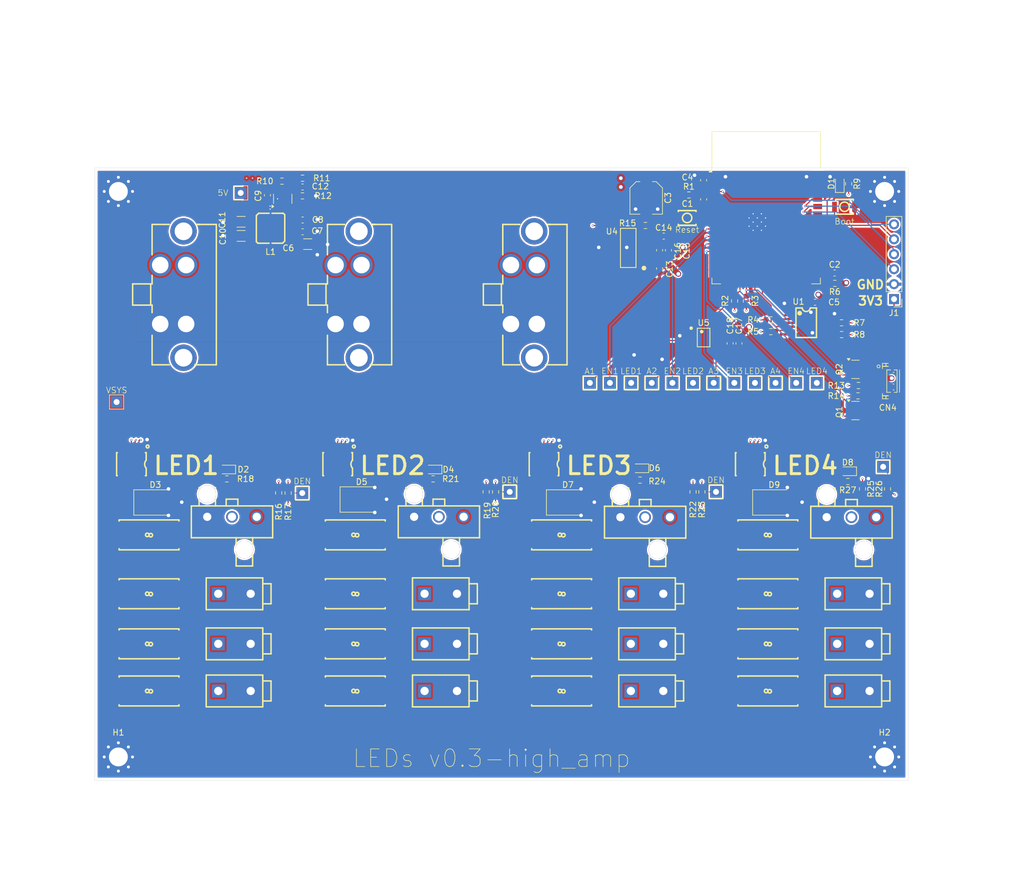
<source format=kicad_pcb>
(kicad_pcb (version 20241229) (generator "pcbnew") (generator_version "9.0")
  (layers (0 "F.Cu" signal) (4 "In1.Cu" power "Ground") (6 "In2.Cu" power "Power") (2 "B.Cu" signal) (13 "F.Paste" user) (15 "B.Paste" user) (5 "F.SilkS" user "F.Silkscreen") (7 "B.SilkS" user "B.Silkscreen") (1 "F.Mask" user) (3 "B.Mask" user) (25 "Edge.Cuts" user))
  (net 0 "")
  (net 1 "GND")
  (net 2 "/3v3/3v3")
  (net 3 "/esp32/USB.DP")
  (net 4 "/esp32/USB.DN")
  (net 5 "/buckconverter/SW")
  (net 6 "/buckconverter/FB")
  (net 7 "Net-(U3-BOOT)")
  (net 8 "Net-(C12-Pad2)")
  (net 9 "/5V")
  (net 10 "/VSYS")
  (net 11 "/a2d/I2C.SCL")
  (net 12 "/a2d/I2C.SDA")
  (net 13 "Net-(D1-A)")
  (net 14 "/a2d/AIN1")
  (net 15 "/led_channel/Switched12V")
  (net 16 "/led_channel1/Switched12V")
  (net 17 "/led_channel2/Switched12V")
  (net 18 "/led_channel3/Switched12V")
  (net 19 "Net-(D2-A)")
  (net 20 "/a2d/AIN2")
  (net 21 "/a2d/AIN3")
  (net 22 "Net-(U4-NR{slash}FB)")
  (net 23 "/a2d/AIN4")
  (net 24 "Net-(D4-A)")
  (net 25 "Net-(J1-Pin_6)")
  (net 26 "Net-(J1-Pin_5)")
  (net 34 "Net-(Q2-D)")
  (net 35 "Net-(Q1-D)")
  (net 37 "Net-(CN6-Pad1)")
  (net 38 "Net-(CN10-Pad1)")
  (net 39 "Net-(CN7-Pad1)")
  (net 40 "Net-(CN8-Pad1)")
  (net 41 "Net-(CN14-Pad1)")
  (net 42 "Net-(CN11-Pad1)")
  (net 43 "Net-(CN12-Pad1)")
  (net 44 "Net-(CN18-Pad1)")
  (net 45 "Net-(CN15-Pad1)")
  (net 46 "Net-(CN16-Pad1)")
  (net 47 "Net-(CN19-Pad1)")
  (net 48 "Net-(J1-Pin_3)")
  (net 49 "Net-(J1-Pin_4)")
  (net 50 "Net-(CN20-Pad1)")
  (net 51 "Net-(D1-K)")
  (net 52 "Net-(D6-A)")
  (net 53 "Net-(D8-A)")
  (net 55 "Net-(U4-EN)")
  (net 74 "Net-(U6-DEN)")
  (net 83 "Net-(U7-DEN)")
  (net 91 "Net-(U1-3A)")
  (net 92 "Net-(U1-2A)")
  (net 93 "Net-(U1-4A)")
  (net 94 "Net-(U1-1A)")
  (net 95 "/esp32/LED3")
  (net 96 "/esp32/LED4")
  (net 97 "/esp32/LED2")
  (net 98 "/esp32/LED1")
  (net 99 "/esp32/EN4")
  (net 100 "/esp32/EN3")
  (net 101 "/esp32/EN1")
  (net 102 "/esp32/EN2")
  (net 105 "Net-(U8-DEN)")
  (net 106 "Net-(U9-DEN)")
  (net 109 "Net-(U1-1Y)")
  (net 110 "Net-(U1-2Y)")
  (net 111 "Net-(U1-4Y)")
  (net 112 "Net-(U1-3Y)")
  (net 113 "/led_channel/Fused1")
  (net 114 "/led_channel1/Fused1")
  (net 115 "/led_channel2/Fused1")
  (net 116 "/led_channel3/Fused1")
  (footprint "easyeda2kicad:FUSE-SMD_L9.8-W5.0_01550900M" (layer "F.Cu") (at 91.2 97.3)
    (property "Reference" "FH10" (hide yes))
    (property "Value" "01550900M")
  )
  (footprint "Diode_SMD:D_SMB" (layer "F.Cu") (at 92.275 81.8)
    (property "Reference" "D7")
    (property "Value" "D_TVS")
  )
  (footprint "easyeda2kicad:LabeledTestPoint" (layer "F.Cu") (at 36.75 29.25)
    (property "Reference" "TP301" (hide yes))
    (property "Value" "LabeledTestPoint")
  )
  (footprint "Resistor_SMD:R_0603_1608Metric" (layer "F.Cu") (at 141.56 61.95)
    (property "Reference" "R13")
    (property "Value" "10k")
  )
  (footprint "easyeda2kicad:LabeledTestPoint" (layer "F.Cu") (at 113.5 61.5)
    (property "Reference" "TP2" (hide yes))
    (property "Value" "LabeledTestPoint")
  )
  (footprint "Resistor_SMD:R_0603_1608Metric" (layer "F.Cu") (at 142.25 79.5 -90)
    (property "Reference" "R25")
    (property "Value" "1.5k")
  )
  (footprint "Resistor_SMD:R_0603_1608Metric" (layer "F.Cu") (at 146.5 79.5 90)
    (property "Reference" "R26")
    (property "Value" "4.7k")
  )
  (footprint "easyeda2kicad:LabeledTestPoint" (layer "F.Cu") (at 99.4 61.5)
    (property "Reference" "TP6" (hide yes))
    (property "Value" "LabeledTestPoint")
  )
  (footprint "easyeda2kicad:CONN-TH_39288020" (layer "F.Cu") (at 140.7 105.8 90)
    (property "Reference" "CN19" (hide yes))
    (property "Value" "39288020")
  )
  (footprint "easyeda2kicad:CONN-TH_0428192214" (layer "F.Cu") (at 55.05 46.5 90)
    (property "Reference" "CN2" (hide yes))
    (property "Value" "428192213")
  )
  (footprint "Capacitor_SMD:C_0603_1608Metric" (layer "F.Cu") (at 115.3 27.1 90)
    (property "Reference" "C4")
    (property "Value" "100nF")
  )
  (footprint "MountingHole:MountingHole_3.2mm_M3_Pad_Via" (layer "F.Cu") (at 146 29)
    (property "Reference" "H4" (hide yes))
    (property "Value" "MountingHole_Pad")
  )
  (footprint "Resistor_SMD:R_0603_1608Metric" (layer "F.Cu") (at 137.55 44.6 180)
    (property "Reference" "R6")
    (property "Value" "10k")
  )
  (footprint "easyeda2kicad:CONN-TH_39288020" (layer "F.Cu") (at 105.7 97.3 90)
    (property "Reference" "CN14" (hide yes))
    (property "Value" "39288020")
  )
  (footprint "easyeda2kicad:CONN-TH_39288020" (layer "F.Cu") (at 70.7 113.8 90)
    (property "Reference" "CN12" (hide yes))
    (property "Value" "39288020")
  )
  (footprint "easyeda2kicad:TSSOP-14_L5.0-W4.4-P0.65-LS6.4-BL" (layer "F.Cu") (at 132.7 51.3 -90)
    (property "Reference" "U1")
    (property "Value" "SN74AHCT125PWR")
  )
  (footprint "Resistor_SMD:R_0603_1608Metric" (layer "F.Cu") (at 44.8 80.2 90)
    (property "Reference" "R17")
    (property "Value" "4.7k")
  )
  (footprint "easyeda2kicad:LabeledTestPoint" (layer "F.Cu") (at 134.5 61.5)
    (property "Reference" "TP4" (hide yes))
    (property "Value" "LabeledTestPoint")
  )
  (footprint "Resistor_SMD:R_0603_1608Metric" (layer "F.Cu") (at 47.2325 29.75)
    (property "Reference" "R12")
    (property "Value" "13.3k")
  )
  (footprint "easyeda2kicad:CONN-TH_3P-P4.20_39302030" (layer "F.Cu") (at 140.375 84.3)
    (property "Reference" "CN17" (hide yes))
    (property "Value" "39302030")
  )
  (footprint "easyeda2kicad:CONN-TH_39288020" (layer "F.Cu") (at 70.7 105.8 90)
    (property "Reference" "CN11" (hide yes))
    (property "Value" "39288020")
  )
  (footprint "Resistor_SMD:R_0603_1608Metric" (layer "F.Cu") (at 138.7 53.3 180)
    (property "Reference" "R8")
    (property "Value" "82")
  )
  (footprint "Resistor_SMD:R_0603_1608Metric" (layer "F.Cu") (at 34.4 77.8)
    (property "Reference" "R18")
    (property "Value" "3.3k")
  )
  (footprint "Capacitor_SMD:C_0603_1608Metric" (layer "F.Cu") (at 134.2 47.8 180)
    (property "Reference" "C5")
    (property "Value" "100nF")
  )
  (footprint "easyeda2kicad:LabeledTestPoint" (layer "F.Cu") (at 127.5 61.5)
    (property "Reference" "TP11" (hide yes))
    (property "Value" "LabeledTestPoint")
  )
  (footprint "easyeda2kicad:PG-TSDSO-14_L4.9-W3.9-P0.65-LS6.0-BL-EP" (layer "F.Cu") (at 123.2 75.3 180)
    (property "Reference" "U9" (hide yes))
    (property "Value" "BTS70021EPPXUMA1")
  )
  (footprint "Resistor_SMD:R_0603_1608Metric" (layer "F.Cu") (at 126.7 50.8)
    (property "Reference" "R4")
    (property "Value" "82")
  )
  (footprint "easyeda2kicad:CONN-TH_39288020" (layer "F.Cu") (at 35.7 113.8 90)
    (property "Reference" "CN8" (hide yes))
    (property "Value" "39288020")
  )
  (footprint "easyeda2kicad:LabeledTestPoint" (layer "F.Cu") (at 117 61.5)
    (property "Reference" "TP9" (hide yes))
    (property "Value" "LabeledTestPoint")
  )
  (footprint "easyeda2kicad:KEY-SMD_B3U-1000PM" (layer "F.Cu") (at 112.5 33.5)
    (property "Reference" "SW1")
    (property "Value" "KEY-SMD_B3U-1000PM")
  )
  (footprint "easyeda2kicad:CONN-TH_0428192214" (layer "F.Cu") (at 84.8 46.5 90)
    (property "Reference" "CN3" (hide yes))
    (property "Value" "428192213")
  )
  (footprint "easyeda2kicad:LabeledTestPoint" (layer "F.Cu") (at 145.75 75.75)
    (property "Reference" "TP16" (hide yes))
    (property "Value" "LabeledTestPoint")
  )
  (footprint "LED_SMD:LED_0603_1608Metric" (layer "F.Cu") (at 69.4 76.2 180)
    (property "Reference" "D4")
    (property "Value" "LED")
  )
  (footprint "easyeda2kicad:CONN-TH_39288020" (layer "F.Cu") (at 70.7 97.3 90)
    (property "Reference" "CN10" (hide yes))
    (property "Value" "39288020")
  )
  (footprint "easyeda2kicad:FUSE-SMD_L9.8-W5.0_01550900M" (layer "F.Cu") (at 126.2 87.3)
    (property "Reference" "FH13" (hide yes))
    (property "Value" "01550900M")
  )
  (footprint "easyeda2kicad:CONN-TH_39288020" (layer "F.Cu") (at 35.7 105.8 90)
    (property "Reference" "CN7" (hide yes))
    (property "Value" "39288020")
  )
  (footprint "easyeda2kicad:LabeledTestPoint" (layer "F.Cu") (at 96 61.5)
    (property "Reference" "TP5" (hide yes))
    (property "Value" "LabeledTestPoint")
  )
  (footprint "Resistor_SMD:R_0603_1608Metric" (layer "F.Cu") (at 141.485 63.7)
    (property "Reference" "R14")
    (property "Value" "10k")
  )
  (footprint "easyeda2kicad:LabeledTestPoint" (layer "F.Cu") (at 15.7 64.75)
    (property "Reference" "TP101" (hide yes))
    (property "Value" "LabeledTestPoint")
  )
  (footprint "Resistor_SMD:R_0603_1608Metric" (layer "F.Cu") (at 78.4 80 -90)
    (property "Reference" "R19")
    (property "Value" "1.5k")
  )
  (footprint "Capacitor_SMD:C_Elec_5x5.8" (layer "F.Cu") (at 105.55 30.1 -90)
    (property "Reference" "C3")
    (property "Value" "22uF")
  )
  (footprint "Package_TO_SOT_SMD:SOT-23" (layer "F.Cu") (at 141.06 66.2)
    (property "Reference" "Q1")
    (property "Value" "BSS138")
  )
  (footprint "Resistor_SMD:R_0603_1608Metric" (layer "F.Cu") (at 138.7 51.3)
    (property "Reference" "R7")
    (property "Value" "82")
  )
  (footprint "Capacitor_SMD:C_0603_1608Metric" (layer "F.Cu") (at 108.525 36.5825)
    (property "Reference" "C14")
    (property "Value" "10nF")
  )
  (footprint "easyeda2kicad:FUSE-SMD_L9.8-W5.0_01550900M" (layer "F.Cu") (at 56.2 87.3)
    (property "Reference" "FH5" (hide yes))
    (property "Value" "01550900M")
  )
  (footprint "easyeda2kicad:FUSE-SMD_L9.8-W5.0_01550900M" (layer "F.Cu") (at 21.2 87.3)
    (property "Reference" "FH1" (hide yes))
    (property "Value" "01550900M")
  )
  (footprint "easyeda2kicad:MSOP-10_L3.0-W3.0-P0.50-LS5.0-BL" (layer "F.Cu") (at 115.29 53.8 -90)
    (property "Reference" "U5")
    (property "Value" "ADS1115IDGSR")
  )
  (footprint "Diode_SMD:D_SMB" (layer "F.Cu") (at 22.275 81.8)
    (property "Reference" "D3")
    (property "Value" "D_TVS")
  )
  (footprint "easyeda2kicad:LabeledTestPoint" (layer "F.Cu") (at 110 61.5)
    (property "Reference" "TP8" (hide yes))
    (property "Value" "LabeledTestPoint")
  )
  (footprint "Capacitor_SMD:C_1206_3216Metric" (layer "F.Cu") (at 36.82 36.55 180)
    (property "Reference" "C10")
    (property "Value" "22uF")
  )
  (footprint "Resistor_SMD:R_0603_1608Metric" (layer "F.Cu") (at 104.5 78)
    (property "Reference" "R24")
    (property "Value" "3.3k")
  )
  (footprint "Diode_SMD:D_SMB" (layer "F.Cu") (at 127.275 81.8)
    (property "Reference" "D9")
    (property "Value" "D_TVS")
  )
  (footprint "easyeda2kicad:LabeledTestPoint" (layer "F.Cu") (at 131 61.5)
    (property "Reference" "TP12" (hide yes))
    (property "Value" "LabeledTestPoint")
  )
  (footprint "LED_SMD:LED_0603_1608Metric" (layer "F.Cu") (at 138.4 27.7 90)
    (property "Reference" "D1")
    (property "Value" "LED")
  )
  (footprint "easyeda2kicad:FUSE-SMD_L9.8-W5.0_01550900M" (layer "F.Cu") (at 56.2 105.8)
    (property "Reference" "FH7" (hide yes))
    (property "Value" "01550900M")
  )
  (footprint "easyeda2kicad:FUSE-SMD_L9.8-W5.0_01550900M" (layer "F.Cu") (at 126.2 105.8)
    (property "Reference" "FH15" (hide yes))
    (property "Value" "01550900M")
  )
  (footprint "Capacitor_SMD:C_0603_1608Metric" (layer "F.Cu") (at 115.3 30.35 -90)
    (property "Reference" "C1")
    (property "Value" "10uf")
  )
  (footprint "easyeda2kicad:FUSE-SMD_L9.8-W5.0_01550900M" (layer "F.Cu") (at 56.2 113.8)
    (property "Reference" "FH8" (hide yes))
    (property "Value" "01550900M")
  )
  (footprint "easyeda2kicad:CONN-TH_3P-P4.20_39302030" (layer "F.Cu") (at 105.375 84.3)
    (property "Reference" "CN13" (hide yes))
    (property "Value" "39302030")
  )
  (footprint "easyeda2kicad:CONN-TH_39288020" (layer "F.Cu") (at 140.7 113.8 90)
    (property "Reference" "CN20" (hide yes))
    (property "Value" "39288020")
  )
  (footprint "Capacitor_SMD:C_0603_1608Metric" (layer "F.Cu") (at 121.29 54.8 -90)
    (property "Reference" "C17")
    (property "Value" "1uF")
  )
  (footprint "Capacitor_SMD:C_0603_1608Metric" (layer "F.Cu") (at 109.325 38.9825 90)
    (property "Reference" "C15")
    (property "Value" "1uF")
  )
  (footprint "easyeda2kicad:FUSE-SMD_L9.8-W5.0_01550900M" (layer "F.Cu") (at 91.2 113.8)
    (property "Reference" "FH12" (hide yes))
    (property "Value" "01550900M")
  )
  (footprint "easyeda2kicad:PG-TSDSO-14_L4.9-W3.9-P0.65-LS6.0-BL-EP" (layer "F.Cu") (at 18.2 75.3 180)
    (property "Reference" "U6" (hide yes))
    (property "Value" "BTS70021EPPXUMA1")
  )
  (footprint "Capacitor_SMD:C_0603_1608Metric" (layer "F.Cu") (at 47.2575 35.85)
    (property "Reference" "C7")
    (property "Value" "10uF")
  )
  (footprint "easyeda2kicad:SOT-223-6_L6.5-W3.5-P1.27-LS7.0-BR" (layer "F.Cu") (at 102.5 38.5825)
    (property "Reference" "U4")
    (property "Value" "TPS73733DCQ_C5220270")
  )
  (footprint "LED_SMD:LED_0603_1608Metric" (layer "F.Cu") (at 34.4 76.2 180)
    (property "Reference" "D2")
    (property "Value" "LED")
  )
  (footprint "Resistor_SMD:R_0603_1608Metric" (layer "F.Cu") (at 43.75 27.25)
    (property "Reference" "R10")
    (property "Value" "49.9")
  )
  (footprint "easyeda2kicad:CONN-TH_39288020" (layer "F.Cu") (at 105.7 105.8 90)
    (property "Reference" "CN15" (hide yes))
    (property "Value" "39288020")
  )
  (footprint "Capacitor_SMD:C_0603_1608Metric" (layer "F.Cu") (at 119.79 54.8 -90)
    (property "Reference" "C18")
    (property "Value" "100nF")
  )
  (footprint "LED_SMD:LED_0603_1608Metric" (layer "F.Cu") (at 139.75 76.5 180)
    (property "Reference" "D8")
    (property "Value" "LED")
  )
  (footprint "Connector_PinHeader_2.54mm:PinHeader_1x06_P2.54mm_Vertical" (layer "F.Cu") (at 147.6 47.28 180)
    (property "Reference" "J1")
    (property "Value" "Conn_01x06")
  )
  (footprint "easyeda2kicad:CONN-TH_39288020" (layer "F.Cu") (at 35.7 97.3 90)
    (property "Reference" "CN6" (hide yes))
    (property "Value" "39288020")
  )
  (footprint "easyeda2kicad:FUSE-SMD_L9.8-W5.0_01550900M" (layer "F.Cu") (at 126.2 113.8)
    (property "Reference" "FH16" (hide yes))
    (property "Value" "01550900M")
  )
  (footprint "Resistor_SMD:R_0603_1608Metric" (layer "F.Cu") (at 139.775 78.25)
    (property "Reference" "R27")
    (property "Value" "3.3k")
  )
  (footprint "Resistor_SMD:R_0603_1608Metric" (layer "F.Cu") (at 122.55 47.6 90)
    (property "Reference" "R3")
    (property "Value" "10k")
  )
  (footprint "Resistor_SMD:R_0603_1608Metric" (layer "F.Cu") (at 115 80 90)
    (property "Reference" "R23")
    (property "Value" "4.7k")
  )
  (footprint "Resistor_SMD:R_0603_1608Metric" (layer "F.Cu") (at 139.9 27.7 -90)
    (property "Reference" "R9")
    (property "Value" "330")
  )
  (footprint "Resistor_SMD:R_0603_1608Metric" (layer "F.Cu") (at 80 80 90)
    (property "Reference" "R20")
    (property "Value" "4.7k")
  )
  (footprint "easyeda2kicad:LabeledTestPoint" (layer "F.Cu") (at 82.4 80)
    (property "Reference" "TP14" (hide yes))
    (property "Value" "LabeledTestPoint")
  )
  (footprint "Resistor_SMD:R_0603_1608Metric" (layer "F.Cu") (at 120.55 47.6 90)
    (property "Reference" "R2")
    (property "Value" "10k")
  )
  (footprint "MountingHole:MountingHole_3.2mm_M3_Pad_Via" (layer "F.Cu") (at 16 125)
    (property "Reference" "H1")
    (property "Value" "MountingHole_Pad")
  )
  (footprint "easyeda2kicad:FUSE-SMD_L9.8-W5.0_01550900M" (layer "F.Cu") (at 91.2 87.3)
    (property "Reference" "FH9" (hide yes))
    (property "Value" "01550900M")
  )
  (footprint "easyeda2kicad:FUSE-SMD_L9.8-W5.0_01550900M" (layer "F.Cu") (at 126.2 97.3)
    (property "Reference" "FH14" (hide yes))
    (property "Value" "01550900M")
  )
  (footprint "Resistor_SMD:R_0603_1608Metric" (layer "F.Cu") (at 43.2 80.175 -90)
    (property "Reference" "R16")
    (property "Value" "1.5k")
  )
  (footprint "easyeda2kicad:LabeledTestPoint" (layer "F.Cu") (at 124 61.5)
    (property "Reference" "TP3" (hide yes))
    (property "Value" "LabeledTestPoint")
  )
  (footprint "Resistor_SMD:R_0603_1608Metric" (layer "F.Cu") (at 126.7 52.8 180)
    (property "Reference" "R5")
    (property "Value" "82")
  )
  (footprint "Capacitor_SMD:C_0603_1608Metric" (layer "F.Cu") (at 47.2575 33.85)
    (property "Reference" "C8")
    (property "Value" "100nF")
  )
  (footprint "Capacitor_SMD:C_0603_1608Metric" (layer "F.Cu") (at 107.825 38.9825 90)
    (property "Reference" "C16")
    (property "Value" "1uF")
  )
  (footprint "easyeda2kicad:LabeledTestPoint" (layer "F.Cu") (at 103 61.5)
    (property "Reference" "TP1" (hide yes))
    (property "Value" "LabeledTestPoint")
  )
  (footprint "easyeda2kicad:PG-TSDSO-14_L4.9-W3.9-P0.65-LS6.0-BL-EP" (layer "F.Cu") (at 88.2 75.3 180)
    (property "Reference" "U8" (hide yes))
    (property "Value" "BTS70021EPPXUMA1")
  )
  (footprint "Capacitor_SMD:C_0603_1608Metric" (layer "F.Cu") (at 137.525 42.85)
    (property "Reference" "C2")
    (property "Value" "1uf")
  )
  (footprint "easyeda2kicad:PG-TSDSO-14_L4.9-W3.9-P0.65-LS6.0-BL-EP" (layer "F.Cu") (at 53.2 75.3 180)
    (property "Reference" "U7" (hide yes))
    (property "Value" "BTS70021EPPXUMA1")
  )
  (footprint "easyeda2kicad:CONN-TH_3P-P4.20_39302030" (layer "F.Cu") (at 70.375 84.2375)
    (property "Reference" "CN9" (hide yes))
    (property "Value" "39302030")
  )
  (footprint "easyeda2kicad:LabeledTestPoint" (layer "F.Cu") (at 47.2 80.2)
    (property "Reference" "TP13" (hide yes))
    (property "Value" "LabeledTestPoint")
  )
  (footprint "RF_Module:ESP32-S3-WROOM-1" (layer "F.Cu") (at 125.9 31.74)
    (property "Reference" "U2" (hide yes))
    (property "Value" "ESP32-S3-WROOM-1")
  )
  (footprint "MountingHole:MountingHole_3.2mm_M3_Pad_Via" (layer "F.Cu") (at 16 29)
    (property "Reference" "H3" (hide yes))
    (property "Value" "MountingHole_Pad")
  )
  (footprint "Capacitor_SMD:C_0603_1608Metric" (layer "F.Cu") (at 107.825 42.0825 -90)
    (property "Reference" "C13")
    (property "Value" "1uF")
  )
  (footprint "Resistor_SMD:R_0603_1608Metric" (layer "F.Cu") (at 105.425 34.7825)
    (property "Reference" "R15")
    (property "Value" "10k")
  )
  (footprint "easyeda2kicad:CONN-TH_0428192214" (layer "F.Cu") (at 25.3 46.5 90)
    (property "Reference" "CN1" (hide yes))
    (property "Value" "428192213")
  )
  (footprint "Resistor_SMD:R_0603_1608Metric" (layer "F.Cu") (at 47.25 26.75)
    (property "Reference" "R11")
    (property "Value" "100k")
  )
  (footprint "Package_TO_SOT_SMD:SOT-23" (layer "F.Cu") (at 141.06 59.2)
    (property "Reference" "Q2")
    (property "Value" "BSS138")
  )
  (footprint "Resistor_SMD:R_0603_1608Metric" (layer "F.Cu") (at 69.4 77.8)
    (property "Reference" "R21")
    (property "Value" "3.3k")
  )
  (footprint "Package_TO_SOT_SMD:SOT-23-6" (layer "F.Cu") (at 43.8825 30.25 90)
    (property "Reference" "U3" (hide yes))
    (property "Value" "TPS54202DDC")
  )
  (footprint "easyeda2kicad:FUSE-SMD_L9.8-W5.0_01550900M" (layer "F.Cu") (at 21.2 105.8)
    (property "Reference" "FH3" (hide yes))
    (property "Value" "01550900M")
  )
  (footprint "Capacitor_SMD:C_1206_3216Metric" (layer "F.Cu") (at 36.82 34.15 180)
    (property "Reference" "C11")
    (property "Value" "22uF")
  )
  (footprint "Capacitor_SMD:C_1206_3216Metric" (layer "F.Cu") (at 48.12 37.95)
    (property "Reference" "C6")
    (property "Value" "22uF")
  )
  (footprint "easyeda2kicad:FUSE-SMD_L9.8-W5.0_01550900M" (layer "F.Cu") (at 91.2 105.8)
    (property "Reference" "FH11" (hide yes))
    (property "Value" "01550900M")
  )
  (footprint "easyeda2kicad:CONN-SMD_BM04B-SRSS-TB" (layer "F.Cu") (at 146.56 61.2 -90)
    (property "Reference" "CN4")
    (property "Value" "BM04B-SRSS-TB(LF)(SN)")
  )
  (footprint "LED_SMD:LED_0603_1608Metric" (layer "F.Cu") (at 104.5 76 180)
    (property "Reference" "D6")
    (property "Value" "LED")
  )
  (footprint "easyeda2kicad:FUSE-SMD_L9.8-W5.0_01550900M" (layer "F.Cu") (at 56.2 97.3)
    (property "Reference" "FH6" (hide yes))
    (property "Value" "01550900M")
  )
  (footprint "Capacitor_SMD:C_0603_1608Metric" (layer "F.Cu") (at 47.25 28.25 180)
    (property "Reference" "C12")
    (property "Value" "75pF")
  )
  (footprint "easyeda2kicad:LabeledTestPoint" (layer "F.Cu") (at 117.4 80)
    (property "Reference" "TP15" (hide yes))
    (property "Value" "LabeledTestPoint")
  )
  (footprint "easyeda2kicad:CONN-TH_39288020" (layer "F.Cu") (at 105.7 113.8 90)
    (property "Reference" "CN16" (hide yes))
    (property "Value" "39288020")
  )
  (footprint "MountingHole:MountingHole_3.2mm_M3_Pad_Via" (layer "F.Cu") (at 146 125)
    (property "Reference" "H2")
    (property "Value" "MountingHole_Pad")
  )
  (footprint "easyeda2kicad:CONN-TH_3P-P4.20_39302030" (layer "F.Cu") (at 35.275 84.2375)
    (property "Reference" "CN5" (hide yes))
    (property "Value" "39302030")
  )
  (footprint "Resistor_SMD:R_0603_1608Metric" (layer "F.Cu") (at 113.5 80 -90)
    (property "Reference" "R22")
    (property "Value" "1.5k")
  )
  (footprint "easyeda2kicad:CONN-TH_39288020" (layer "F.Cu") (at 140.7 97.3 90)
    (property "Reference" "CN18" (hide yes))
    (property "Value" "39288020")
  )
  (footprint "easyeda2kicad:LabeledTestPoint" (layer "F.Cu") (at 120.5 61.5)
    (property "Reference" "TP10" (hide yes))
    (property "Value" "LabeledTestPoint")
  )
  (footprint "Diode_SMD:D_SMB" (layer "F.Cu") (at 57.275 81.3)
    (property "Reference" "D5")
    (property "Value" "D_TVS")
  )
  (footprint "Resistor_SMD:R_0603_1608Metric" (layer "F.Cu") (at 112.8 29.6)
    (property "Reference" "R1")
    (property "Value" "10k")
  )
  (footprint "easyeda2kicad:IND-SMD_L4.0-W4.0_XAL4040-103" (layer "F.Cu") (at 41.82 35.25 180)
    (property "Reference" "L1")
    (property "Value" "XGL4040-153MEC")
  )
  (footprint "easyeda2kicad:FUSE-SMD_L9.8-W5.0_01550900M" (layer "F.Cu") (at 21.2 113.8)
    (property "Reference" "FH4" (hide yes))
    (property "Value" "01550900M")
  )
  (footprint "easyeda2kicad:LabeledTestPoint" (layer "F.Cu") (at 106.5 61.5)
    (property "Reference" "TP7" (hide yes))
    (property "Value" "LabeledTestPoint")
  )
  (footprint "easyeda2kicad:KEY-SMD_B3U-1000PM" (layer "F.Cu") (at 139.2 31.6 180)
    (property "Reference" "SW2")
    (property "Value" "KEY-SMD_B3U-1000PM")
  )
  (footprint "Capacitor_SMD:C_0603_1608Metric" (layer "F.Cu") (at 41.2825 29.65 -90)
    (property "Reference" "C9")
    (property "Value" "100nf")
  )
  (footprint "easyeda2kicad:FUSE-SMD_L9.8-W5.0_01550900M" (layer "F.Cu") (at 21.2 97.3)
    (property "Reference" "FH2" (hide yes))
    (property "Value" "01550900M")
  )
  (gr_rect (start 12 25) (end 150 129) (stroke (width 0.05)) (fill no) (layer "Edge.Cuts"))
  (gr_text "3V3" (at 141.35 48.45 0) (layer "F.SilkS") (effects (font (size 1.5 1.5) (thickness 0.3) (bold yes)) (justify left bottom)))
  (gr_text "LED3" (at 91.7 77.3 0) (layer "F.SilkS") (effects (font (size 3 3) (thickness 0.5) (bold yes)) (justify left bottom)))
  (gr_text "LED4" (at 126.7 77.3 0) (layer "F.SilkS") (effects (font (size 3 3) (thickness 0.5) (bold yes)) (justify left bottom)))
  (gr_text "LEDs v0.3-high_amp" (at 55.6 127 0) (layer "F.SilkS") (effects (font (size 3 3) (thickness 0.1)) (justify left bottom)))
  (gr_text "LED2" (at 56.7 77.3 0) (layer "F.SilkS") (effects (font (size 3 3) (thickness 0.5) (bold yes)) (justify left bottom)))
  (gr_text "LED1" (at 21.7 77.3 0) (layer "F.SilkS") (effects (font (size 3 3) (thickness 0.5) (bold yes)) (justify left bottom)))
  (gr_text "GND\n" (at 141.1 45.7 0) (layer "F.SilkS") (effects (font (size 1.5 1.5) (thickness 0.3) (bold yes)) (justify left bottom)))
  (segment (start 105.2875 76.0375) (end 106.75 77.5) (width 0.2) (layer "F.Cu") (net 1))
  (segment (start 109.325 38.2075) (end 109.325 36.6075) (width 1) (layer "F.Cu") (net 1))
  (segment (start 109.325 36.6075) (end 109.3 36.5825) (width 1) (layer "F.Cu") (net 1))
  (segment (start 71.25 77.25) (end 71.25 77.5) (width 0.2) (layer "F.Cu") (net 1))
  (segment (start 125.15 72.5) (end 125.15 71.85) (width 0.2) (layer "F.Cu") (net 1))
  (segment (start 107.825 38.2075) (end 107.45 38.5825) (width 1) (layer "F.Cu") (net 1))
  (segment (start 42.9325 30.3175) (end 43 30.25) (width 0.2) (layer "F.Cu") (net 1))
  (segment (start 55.15 71.85) (end 55.75 71.25) (width 0.2) (layer "F.Cu") (net 1))
  (segment (start 125.15 71.85) (end 125.75 71.25) (width 0.2) (layer "F.Cu") (net 1))
  (segment (start 107.825 38.2075) (end 109.325 38.2075) (width 1) (layer "F.Cu") (net 1))
  (segment (start 111.55 53.8) (end 111.25 53.5) (width 0.2) (layer "F.Cu") (net 1))
  (segment (start 90.15 71.85) (end 90.75 71.25) (width 0.2) (layer "F.Cu") (net 1))
  (segment (start 140.5375 76.5) (end 142 76.5) (width 0.2) (layer "F.Cu") (net 1))
  (segment (start 42.9325 31.3875) (end 42.9325 30.3175) (width 0.4) (layer "F.Cu") (net 1))
  (segment (start 20.15 72.5) (end 20.15 71.85) (width 0.2) (layer "F.Cu") (net 1))
  (segment (start 142 76.5) (end 143.25 77.75) (width 0.2) (layer "F.Cu") (net 1))
  (segment (start 113.18 53.8) (end 111.55 53.8) (width 0.2) (layer "F.Cu") (net 1))
  (segment (start 20.875 71.125) (end 21 71) (width 0.2) (layer "F.Cu") (net 1))
  (segment (start 113.18 53.8) (end 114.7 53.8) (width 0.2) (layer "F.Cu") (net 1))
  (segment (start 20.15 71.85) (end 20.875 71.125) (width 0.2) (layer "F.Cu") (net 1))
  (segment (start 35.2 76.2) (end 36.5 77.5) (width 0.2) (layer "F.Cu") (net 1))
  (segment (start 70.2 76.2) (end 71.25 77.25) (width 0.2) (layer "F.Cu") (net 1))
  (segment (start 107.45 38.5825) (end 105.35 38.5825) (width 1) (layer "F.Cu") (net 1))
  (segment (start 55.15 72.5) (end 55.15 71.85) (width 0.2) (layer "F.Cu") (net 1))
  (segment (start 90.15 72.5) (end 90.15 71.85) (width 0.2) (layer "F.Cu") (net 1))
  (segment (start 114.7 53.8) (end 114.75 53.75) (width 0.2) (layer "F.Cu") (net 1))
  (via (at 49.75 33.75) (size 0.8) (drill 0.6) (layers "F.Cu" "B.Cu") (net 1))
  (via (at 125.75 71.25) (size 0.8) (drill 0.6) (layers "F.Cu" "B.Cu") (net 1))
  (via (at 20.875 71.125) (size 0.8) (drill 0.6) (layers "F.Cu" "B.Cu") (net 1))
  (via (at 43 30.25) (size 0.35) (drill 0.2) (layers "F.Cu" "B.Cu") (net 1))
  (via (at 33.75 34.25) (size 0.8) (drill 0.6) (layers "F.Cu" "B.Cu") (net 1))
  (via (at 49.75 35.75) (size 0.8) (drill 0.6) (layers "F.Cu" "B.Cu") (net 1))
  (via (at 136.75 26.5) (size 0.8) (drill 0.6) (layers "F.Cu" "B.Cu") (net 1))
  (via (at 113.75 26.25) (size 0.8) (drill 0.6) (layers "F.Cu" "B.Cu") (net 1))
  (via (at 119 26.5) (size 0.8) (drill 0.6) (layers "F.Cu" "B.Cu") (net 1))
  (via (at 24.5 84) (size 0.8) (drill 0.6) (layers "F.Cu" "B.Cu") (net 1))
  (via (at 96.75 81.75) (size 0.8) (drill 0.6) (layers "F.Cu" "B.Cu") (net 1))
  (via (at 129.5 84) (size 0.8) (drill 0.6) (layers "F.Cu" "B.Cu") (net 1))
  (via (at 111.25 53.5) (size 0.8) (drill 0.6) (layers "F.Cu" "B.Cu") (net 1))
  (via (at 41.75 32) (size 0.35) (drill 0.2) (layers "F.Cu" "B.Cu") (net 1))
  (via (at 132.75 26.5) (size 0.8) (drill 0.6) (layers "F.Cu" "B.Cu") (net 1))
  (via (at 59.5 79.25) (size 0.8) (drill 0.6) (layers "F.Cu" "B.Cu") (net 1))
  (via (at 133.5 49.5) (size 0.8) (drill 0.6) (layers "F.Cu" "B.Cu") (net 1))
  (via (at 59.5 83.5) (size 0.8) (drill 0.6) (layers "F.Cu" "B.Cu") (net 1))
  (via (at 55.75 71.25) (size 0.8) (drill 0.6) (layers "F.Cu" "B.Cu") (net 1))
  (via (at 33.75 36.5) (size 0.8) (drill 0.6) (layers "F.Cu" "B.Cu") (net 1))
  (via (at 107.5 32) (size 0.8) (drill 0.6) (layers "F.Cu" "B.Cu") (net 1))
  (via (at 132 81.75) (size 0.8) (drill 0.6) (layers "F.Cu" "B.Cu") (net 1))
  (via (at 94.5 84) (size 0.8) (drill 0.6) (layers "F.Cu" "B.Cu") (net 1))
  (via (at 137.5 49.75) (size 0.8) (drill 0.6) (layers "F.Cu" "B.Cu") (net 1))
  (via (at 102.25 38.5) (size 0.8) (drill 0.6) (layers "F.Cu" "B.Cu") (net 1))
  (via (at 90.75 71.25) (size 0.8) (drill 0.6) (layers "F.Cu" "B.Cu") (net 1))
  (via (at 49.5 29.75) (size 0.8) (drill 0.6) (layers "F.Cu" "B.Cu") (net 1))
  (via (at 51.5 38) (size 0.8) (drill 0.6) (layers "F.Cu" "B.Cu") (net 1))
  (via (at 49.75 39.75) (size 0.8) (drill 0.6) (layers "F.Cu" "B.Cu") (net 1))
  (via (at 129 48) (size 0.8) (drill 0.6) (layers "F.Cu" "B.Cu") (net 1))
  (via (at 61.5 81.25) (size 0.8) (drill 0.6) (layers "F.Cu" "B.Cu") (net 1))
  (via (at 103.75 32) (size 0.8) (drill 0.6) (layers "F.Cu" "B.Cu") (net 1))
  (via (at 143.25 77.75) (size 0.8) (drill 0.6) (layers "F.Cu" "B.Cu") (net 1))
  (via (at 133.75 53) (size 0.8) (drill 0.6) (layers "F.Cu" "B.Cu") (net 1))
  (via (at 26.75 81.75) (size 0.8) (drill 0.6) (layers "F.Cu" "B.Cu") (net 1))
  (via (at 129.5 79.25) (size 0.8) (drill 0.6) (layers "F.Cu" "B.Cu") (net 1))
  (via (at 94.5 79.5) (size 0.8) (drill 0.6) (layers "F.Cu" "B.Cu") (net 1))
  (via (at 97.5 38.5) (size 0.8) (drill 0.6) (layers "F.Cu" "B.Cu") (net 1))
  (via (at 108.25 57.5) (size 0.8) (drill 0.6) (layers "F.Cu" "B.Cu") (net 1))
  (via (at 24.5 79.5) (size 0.8) (drill 0.6) (layers "F.Cu" "B.Cu") (net 1))
  (via (at 41.75 31.5) (size 0.35) (drill 0.2) (layers "F.Cu" "B.Cu") (net 1))
  (via (at 103.5 56.75) (size 0.8) (drill 0.6) (layers "F.Cu" "B.Cu") (net 1))
  (segment (start 138.375 44.6) (end 139.4 44.6) (width 1) (layer "F.Cu") (net 2))
  (segment (start 139.9 28.525) (end 139.9 29.5) (width 0.2) (layer "F.Cu") (net 2))
  (segment (start 147.6 50.7725) (end 147.6 47.28) (width 0.2) (layer "F.Cu") (net 2))
  (segment (start 122.55 48.425) (end 122.55 49.2) (width 0.2) (layer "F.Cu") (net 2))
  (segment (start 139.4 44.6) (end 139.5 44.5) (width 1) (layer "F.Cu") (net 2))
  (segment (start 105.35 39.8525) (end 110.8525 39.8525) (width 1) (layer "F.Cu") (net 2))
  (segment (start 140.1225 58.25) (end 147.6 50.7725) (width 0.2) (layer "F.Cu") (net 2))
  (segment (start 110.8525 39.8525) (end 111.75 38.955) (width 1) (layer "F.Cu") (net 2))
  (segment (start 111.75 38.955) (end 111.75 38.5) (width 1) (layer "F.Cu") (net 2))
  (segment (start 138.464 63.5915) (end 138.464 59.9085) (width 0.2) (layer "F.Cu") (net 2))
  (segment (start 120.55 48.425) (end 120.55 49.2) (width 0.2) (layer "F.Cu") (net 2))
  (segment (start 140.1225 65.25) (end 138.464 63.5915) (width 0.2) (layer "F.Cu") (net 2))
  (segment (start 138.464 59.9085) (end 140.1225 58.25) (width 0.2) (layer "F.Cu") (net 2))
  (via (at 111.75 38.5) (size 0.8) (drill 0.6) (layers "F.Cu" "B.Cu") (net 2))
  (via (at 120.55 49.2) (size 0.35) (drill 0.2) (layers "F.Cu" "B.Cu") (net 2))
  (via (at 139.9 29.5) (size 0.35) (drill 0.2) (layers "F.Cu" "B.Cu") (net 2))
  (via (at 101.25 28.25) (size 0.8) (drill 0.6) (layers "F.Cu" "B.Cu") (net 2))
  (via (at 101.25 26.75) (size 0.8) (drill 0.6) (layers "F.Cu" "B.Cu") (net 2))
  (via (at 122.55 49.2) (size 0.35) (drill 0.2) (layers "F.Cu" "B.Cu") (net 2))
  (via (at 139.5 44.5) (size 0.8) (drill 0.6) (layers "F.Cu" "B.Cu") (net 2))
  (segment (start 43 33.866598) (end 41.2825 32.149098) (width 0.2) (layer "F.Cu") (net 5))
  (segment (start 41.2825 32.149098) (end 41.2825 30.425) (width 0.2) (layer "F.Cu") (net 5))
  (segment (start 46.4075 29.75) (end 45.47 29.75) (width 0.2) (layer "F.Cu") (net 6))
  (segment (start 47.9075 28.25) (end 46.4075 29.75) (width 0.2) (layer "F.Cu") (net 6))
  (segment (start 48.075 26.75) (end 48.075 28.2) (width 0.2) (layer "F.Cu") (net 6))
  (segment (start 45.47 29.75) (end 44.8325 29.1125) (width 0.2) (layer "F.Cu") (net 6))
  (segment (start 42.695 28.875) (end 42.9325 29.1125) (width 0.2) (layer "F.Cu") (net 7))
  (segment (start 41.2825 28.875) (end 42.695 28.875) (width 0.2) (layer "F.Cu") (net 7))
  (segment (start 44.575 27.25) (end 45.925 27.25) (width 0.2) (layer "F.Cu") (net 8))
  (segment (start 46.475 28.25) (end 46.475 26.8) (width 0.2) (layer "F.Cu") (net 8))
  (segment (start 45.925 27.25) (end 46.425 26.75) (width 0.2) (layer "F.Cu") (net 8))
  (segment (start 109.1225 41.1225) (end 111 43) (width 1) (layer "F.Cu") (net 9))
  (segment (start 119.79 54.025) (end 120.975 54.025) (width 1) (layer "F.Cu") (net 9))
  (segment (start 135.5 47.25) (end 135.5 49.139) (width 1) (layer "F.Cu") (net 9))
  (segment (start 104.6 34.7825) (end 96.5 34.7825) (width 0.2) (layer "F.Cu") (net 9))
  (segment (start 147.575 80.325) (end 147.75 80.5) (width 0.2) (layer "F.Cu") (net 9))
  (segment (start 44.8 81.025) (end 44.8 82) (width 0.2) (layer "F.Cu") (net 9))
  (segment (start 119.79 54.025) (end 121.29 54.025) (width 1) (layer "F.Cu") (net 9))
  (segment (start 145.3 60.7) (end 147.2 60.7) (width 1) (layer "F.Cu") (net 9))
  (segment (start 120.975 54.025) (end 123 52) (width 1) (layer "F.Cu") (net 9))
  (segment (start 105.35 41.1225) (end 109.1225 41.1225) (width 1) (layer "F.Cu") (net 9))
  (segment (start 146.5 80.325) (end 147.575 80.325) (width 0.2) (layer "F.Cu") (net 9))
  (segment (start 80 80.825) (end 80 81.75) (width 0.2) (layer "F.Cu") (net 9))
  (segment (start 117.4 53.8) (end 121.065 53.8) (width 0.3) (layer "F.Cu") (net 9))
  (segment (start 40.5 27.25) (end 40 27.75) (width 0.2) (layer "F.Cu") (net 9))
  (segment (start 140.735 61.95) (end 139.75 61.95) (width 0.2) (layer "F.Cu") (net 9))
  (segment (start 140.66 63.7) (end 139.75 63.7) (width 0.2) (layer "F.Cu") (net 9))
  (segment (start 115 80.825) (end 115 82.5) (width 0.2) (layer "F.Cu") (net 9))
  (segment (start 42.925 27.25) (end 40.5 27.25) (width 0.2) (layer "F.Cu") (net 9))
  (segment (start 134.75 46.5) (end 135.5 47.25) (width 1) (layer "F.Cu") (net 9))
  (via (at 139.75 63.7) (size 0.35) (drill 0.2) (layers "F.Cu" "B.Cu") (net 9))
  (via (at 37.75 26.75) (size 0.35) (drill 0.2) (layers "F.Cu" "B.Cu") (net 9))
  (via (at 38.75 26.75) (size 0.35) (drill 0.2) (layers "F.Cu" "B.Cu") (net 9))
  (via (at 139.75 61.95) (size 0.35) (drill 0.2) (layers "F.Cu" "B.Cu") (net 9))
  (via (at 111 43) (size 0.8) (drill 0.6) (layers "F.Cu" "B.Cu") (net 9))
  (via (at 39.75 26.75) (size 0.35) (drill 0.2) (layers "F.Cu" "B.Cu") (net 9))
  (via (at 44.8 82) (size 0.35) (drill 0.2) (layers "F.Cu" "B.Cu") (net 9))
  (via (at 147.75 80.5) (size 0.35) (drill 0.2) (layers "F.Cu" "B.Cu") (net 9))
  (via (at 123 52) (size 0.8) (drill 0.6) (layers "F.Cu" "B.Cu") (net 9))
  (via (at 134.75 46.5) (size 0.8) (drill 0.6) (layers "F.Cu" "B.Cu") (net 9))
  (via (at 115 82.5) (size 0.35) (drill 0.2) (layers "F.Cu" "B.Cu") (net 9))
  (via (at 147.2 60.7) (size 0.8) (drill 0.6) (layers "F.Cu" "B.Cu") (net 9))
  (via (at 96.5 34.7825) (size 0.35) (drill 0.2) (layers "F.Cu" "B.Cu") (net 9))
  (via (at 80 81.75) (size 0.35) (drill 0.2) (layers "F.Cu" "B.Cu") (net 9))
  (segment (start 140.1225 67.15) (end 139 67.15) (width 0.2) (layer "F.Cu") (net 11))
  (segment (start 121.455 45.75) (end 121.455 44.24) (width 0.2) (layer "F.Cu") (net 11))
  (segment (start 121.455 45.87) (end 121.455 45.75) (width 0.2) (layer "F.Cu") (net 11))
  (segment (start 117.4 49.925) (end 120.55 46.775) (width 0.2) (layer "F.Cu") (net 11))
  (segment (start 120.55 46.775) (end 121.455 45.87) (width 0.2) (layer "F.Cu") (net 11))
  (segment (start 117.4 52.8) (end 117.4 49.925) (width 0.2) (layer "F.Cu") (net 11))
  (via (at 121.455 45.75) (size 0.35) (drill 0.2) (layers "F.Cu" "B.Cu") (net 11))
  (via (at 139 67.15) (size 0.35) (drill 0.2) (layers "F.Cu" "B.Cu") (net 11))
  (segment (start 121.5 45.795) (end 121.455 45.75) (width 0.2) (layer "B.Cu") (net 11))
  (segment (start 139 67.15) (end 139 63.5) (width 0.2) (layer "B.Cu") (net 11))
  (segment (start 139 63.5) (end 121.5 46) (width 0.2) (layer "B.Cu") (net 11))
  (segment (start 121.5 46) (end 121.5 45.795) (width 0.2) (layer "B.Cu") (net 11))
  (segment (start 121.825 47.5) (end 122.55 46.775) (width 0.2) (layer "F.Cu") (net 12))
  (segment (start 122.55 46.775) (end 122.55 45.75) (width 0.2) (layer "F.Cu") (net 12))
  (segment (start 118.1371 53.3) (end 121.5 49.9371) (width 0.2) (layer "F.Cu") (net 12))
  (segment (start 121.5 49.9371) (end 121.5 47.5) (width 0.2) (layer "F.Cu") (net 12))
  (segment (start 122.55 45.75) (end 122.55 44.415) (width 0.2) (layer "F.Cu") (net 12))
  (segment (start 117.4 53.3) (end 118.1371 53.3) (width 0.2) (layer "F.Cu") (net 12))
  (segment (start 121.5 47.5) (end 121.825 47.5) (width 0.2) (layer "F.Cu") (net 12))
  (segment (start 138.9 60.15) (end 140.1225 60.15) (width 0.2) (layer "F.Cu") (net 12))
  (via (at 122.55 45.75) (size 0.35) (drill 0.2) (layers "F.Cu" "B.Cu") (net 12))
  (via (at 138.9 60.15) (size 0.35) (drill 0.2) (layers "F.Cu" "B.Cu") (net 12))
  (segment (start 138.9 60.15) (end 124.5 45.75) (width 0.2) (layer "B.Cu") (net 12))
  (segment (start 124.5 45.75) (end 122.55 45.75) (width 0.2) (layer "B.Cu") (net 12))
  (segment (start 138.4 26.9125) (end 139.8625 26.9125) (width 0.2) (layer "F.Cu") (net 13))
  (segment (start 113.18 54.3) (end 103.2 54.3) (width 0.2) (layer "F.Cu") (net 14))
  (segment (start 43.2 79.35) (end 43.2 78.2) (width 0.2) (layer "F.Cu") (net 14))
  (segment (start 18.2 72.5) (end 18.2 71.2) (width 0.2) (layer "F.Cu") (net 14))
  (segment (start 103.2 54.3) (end 96 61.5) (width 0.2) (layer "F.Cu") (net 14))
  (via (at 43.2 78.2) (size 0.35) (drill 0.2) (layers "F.Cu" "B.Cu") (net 14))
  (via (at 18.2 71.2) (size 0.35) (drill 0.2) (layers "F.Cu" "B.Cu") (net 14))
  (segment (start 21.7 77.8) (end 21.5 78) (width 0.2) (layer "F.Cu") (net 15))
  (segment (start 33.575 77.8) (end 21.7 77.8) (width 0.2) (layer "F.Cu") (net 15))
  (segment (start 68.575 77.8) (end 56.55 77.8) (width 0.2) (layer "F.Cu") (net 16))
  (segment (start 56.55 77.8) (end 56.5 77.75) (width 0.2) (layer "F.Cu") (net 16))
  (segment (start 103.675 78) (end 91.5 78) (width 0.2) (layer "F.Cu") (net 17))
  (segment (start 126.5 77.5) (end 137.65 77.5) (width 0.2) (layer "F.Cu") (net 18))
  (segment (start 138.95 78.8) (end 137.65 77.5) (width 0.2) (layer "F.Cu") (net 18))
  (segment (start 35.2125 77.8) (end 33.6125 76.2) (width 0.2) (layer "F.Cu") (net 19))
  (segment (start 53.2 71.3) (end 53.25 71.25) (width 0.2) (layer "F.Cu") (net 20))
  (segment (start 78.4 79.175) (end 78.4 78.25) (width 0.2) (layer "F.Cu") (net 20))
  (segment (start 113.18 54.82) (end 106.5 61.5) (width 0.2) (layer "F.Cu") (net 20))
  (segment (start 53.2 72.5) (end 53.2 71.3) (width 0.2) (layer "F.Cu") (net 20))
  (via (at 53.25 71.25) (size 0.35) (drill 0.2) (layers "F.Cu" "B.Cu") (net 20))
  (via (at 78.4 78.25) (size 0.35) (drill 0.2) (layers "F.Cu" "B.Cu") (net 20))
  (segment (start 88.2 72.5) (end 88.2 71.3) (width 0.2) (layer "F.Cu") (net 21))
  (segment (start 113.5 79.175) (end 113.5 78.25) (width 0.2) (layer "F.Cu") (net 21))
  (segment (start 117.4 54.8) (end 117.4 61.1) (width 0.2) (layer "F.Cu") (net 21))
  (via (at 88.2 71.3) (size 0.35) (drill 0.2) (layers "F.Cu" "B.Cu") (net 21))
  (via (at 113.5 78.25) (size 0.35) (drill 0.2) (layers "F.Cu" "B.Cu") (net 21))
  (segment (start 105.35 37.3125) (end 107.02 37.3125) (width 0.2) (layer "F.Cu") (net 22))
  (segment (start 107.02 37.3125) (end 107.75 36.5825) (width 0.2) (layer "F.Cu") (net 22))
  (segment (start 123.2 72.5) (end 123.2 71.3) (width 0.2) (layer "F.Cu") (net 23))
  (segment (start 123.5 57.5) (end 127.5 61.5) (width 0.2) (layer "F.Cu") (net 23))
  (segment (start 119.5 57.5) (end 123.5 57.5) (width 0.2) (layer "F.Cu") (net 23))
  (segment (start 142.25 78.675) (end 142.25 77.75) (width 0.2) (layer "F.Cu") (net 23))
  (segment (start 118.5 56.5) (end 119.5 57.5) (width 0.2) (layer "F.Cu") (net 23))
  (segment (start 117.4 54.3) (end 118.1371 54.3) (width 0.2) (layer "F.Cu") (net 23))
  (segment (start 118.5 54.6629) (end 118.5 56.5) (width 0.2) (layer "F.Cu") (net 23))
  (segment (start 118.1371 54.3) (end 118.5 54.6629) (width 0.2) (layer "F.Cu") (net 23))
  (segment (start 123.25 71.25) (end 123.2 71.3) (width 0.2) (layer "F.Cu") (net 23))
  (via (at 123.25 71.25) (size 0.35) (drill 0.2) (layers "F.Cu" "B.Cu") (net 23))
  (via (at 142.25 77.75) (size 0.35) (drill 0.2) (layers "F.Cu" "B.Cu") (net 23))
  (segment (start 70.2125 77.8) (end 68.6125 76.2) (width 0.2) (layer "F.Cu") (net 24))
  (segment (start 115.98 29.02) (end 117.15 29.02) (width 0.2) (layer "F.Cu") (net 25))
  (segment (start 114.2 30.175) (end 113.625 29.6) (width 0.2) (layer "F.Cu") (net 25))
  (segment (start 114.2 33.5) (end 114.2 30.175) (width 0.2) (layer "F.Cu") (net 25))
  (segment (start 115.3 29.575) (end 113.65 29.575) (width 0.2) (layer "F.Cu") (net 25))
  (segment (start 115.425 29.575) (end 115.98 29.02) (width 0.2) (layer "F.Cu") (net 25))
  (segment (start 117.15 29.02) (end 118.5 29.02) (width 0.2) (layer "F.Cu") (net 25))
  (via (at 118.5 29.02) (size 0.35) (drill 0.2) (layers "F.Cu" "B.Cu") (net 25))
  (segment (start 143.83 34.58) (end 147.6 34.58) (width 0.2) (layer "B.Cu") (net 25))
  (segment (start 119.98 30.5) (end 139.75 30.5) (width 0.2) (layer "B.Cu") (net 25))
  (segment (start 139.75 30.5) (end 143.83 34.58) (width 0.2) (layer "B.Cu") (net 25))
  (segment (start 118.5 29.02) (end 119.98 30.5) (width 0.2) (layer "B.Cu") (net 25))
  (segment (start 138.5 34.75) (end 138.375 34.625) (width 0.2) (layer "F.Cu") (net 26))
  (segment (start 145.23 34.75) (end 138.5 34.75) (width 0.2) (layer "F.Cu") (net 26))
  (segment (start 136.75 36.25) (end 138.375 34.625) (width 0.2) (layer "F.Cu") (net 26))
  (segment (start 136.75 42.85) (end 134.79 42.85) (width 0.2) (layer "F.Cu") (net 26))
  (segment (start 138.375 34.625) (end 137.5 33.75) (width 0.2) (layer "F.Cu") (net 26))
  (segment (start 147.6 37.12) (end 145.23 34.75) (width 0.2) (layer "F.Cu") (net 26))
  (segment (start 136.75 42.85) (end 136.75 36.25) (width 0.2) (layer "F.Cu") (net 26))
  (segment (start 137.5 33.75) (end 137.5 31.6) (width 0.2) (layer "F.Cu") (net 26))
  (segment (start 136.725 44.6) (end 136.725 42.875) (width 0.2) (layer "F.Cu") (net 26))
  (segment (start 145.05 61.95) (end 145.3 61.7) (width 0.2) (layer "F.Cu") (net 34))
  (segment (start 142.385 61.95) (end 145.05 61.95) (width 0.2) (layer "F.Cu") (net 34))
  (segment (start 141.9975 59.2) (end 144.4975 61.7) (width 0.2) (layer "F.Cu") (net 34))
  (segment (start 144.4975 61.7) (end 145.3 61.7) (width 0.2) (layer "F.Cu") (net 34))
  (segment (start 141.9975 66.2) (end 142.31 65.8875) (width 0.2) (layer "F.Cu") (net 35))
  (segment (start 144.3 63.7) (end 145.3 62.7) (width 0.2) (layer "F.Cu") (net 35))
  (segment (start 142.31 63.7) (end 144.3 63.7) (width 0.2) (layer "F.Cu") (net 35))
  (segment (start 142.31 65.8875) (end 142.31 63.7) (width 0.2) (layer "F.Cu") (net 35))
  (segment (start 24.6 97.3) (end 32.95 97.3) (width 6) (layer "F.Cu") (net 37))
  (segment (start 59.6 97.3) (end 67.95 97.3) (width 6) (layer "F.Cu") (net 38))
  (segment (start 24.6 105.8) (end 32.95 105.8) (width 6) (layer "F.Cu") (net 39))
  (segment (start 24.6 113.8) (end 32.95 113.8) (width 6) (layer "F.Cu") (net 40))
  (segment (start 94.6 97.3) (end 102.95 97.3) (width 6) (layer "F.Cu") (net 41))
  (segment (start 59.6 105.8) (end 67.95 105.8) (width 6) (layer "F.Cu") (net 42))
  (segment (start 59.6 113.8) (end 67.95 113.8) (width 6) (layer "F.Cu") (net 43))
  (segment (start 129.6 97.3) (end 137.95 97.3) (width 6) (layer "F.Cu") (net 44))
  (segment (start 94.6 105.8) (end 102.95 105.8) (width 6) (layer "F.Cu") (net 45))
  (segment (start 94.6 113.8) (end 102.95 113.8) (width 6) (layer "F.Cu") (net 46))
  (segment (start 129.6 105.8) (end 137.95 105.8) (width 6) (layer "F.Cu") (net 47))
  (segment (start 132.25 32.5) (end 133.19 31.56) (width 0.2) (layer "F.Cu") (net 48))
  (segment (start 133.19 31.56) (end 134.65 31.56) (width 0.2) (layer "F.Cu") (net 48))
  (via (at 132.25 32.5) (size 0.35) (drill 0.2) (layers "F.Cu" "B.Cu") (net 48))
  (segment (start 137.9 32.5) (end 132.25 32.5) (width 0.2) (layer "B.Cu") (net 48))
  (segment (start 147.6 42.2) (end 137.9 32.5) (width 0.2) (layer "B.Cu") (net 48))
  (segment (start 133.71 30.29) (end 134.65 30.29) (width 0.2) (layer "F.Cu") (net 49))
  (segment (start 132.5 31.5) (end 133.71 30.29) (width 0.2) (layer "F.Cu") (net 49))
  (via (at 132.5 31.5) (size 0.35) (drill 0.2) (layers "F.Cu" "B.Cu") (net 49))
  (segment (start 140.239468 31.5) (end 132.5 31.5) (width 0.2) (layer "B.Cu") (net 49))
  (segment (start 147.6 39.66) (end 147.6 38.860532) (width 0.2) (layer "B.Cu") (net 49))
  (segment (start 147.6 38.860532) (end 140.239468 31.5) (width 0.2) (layer "B.Cu") (net 49))
  (segment (start 129.6 113.8) (end 137.95 113.8) (width 6) (layer "F.Cu") (net 50))
  (segment (start 136.25 34.25) (end 135.13 35.37) (width 0.2) (layer "F.Cu") (net 51))
  (segment (start 136.25 30.6375) (end 136.25 34.25) (width 0.2) (layer "F.Cu") (net 51))
  (segment (start 138.4 28.4875) (end 136.25 30.6375) (width 0.2) (layer "F.Cu") (net 51))
  (segment (start 105.325 78) (end 105.325 77.6125) (width 0.2) (layer "F.Cu") (net 52))
  (segment (start 105.325 77.6125) (end 103.7125 76) (width 0.2) (layer "F.Cu") (net 52))
  (segment (start 140.6 78.1375) (end 138.9625 76.5) (width 0.2) (layer "F.Cu") (net 53))
  (segment (start 105.35 36.0425) (end 105.35 35.6825) (width 0.2) (layer "F.Cu") (net 55))
  (segment (start 105.35 35.6825) (end 106.25 34.7825) (width 0.2) (layer "F.Cu") (net 55))
  (segment (start 47.2 80.2) (end 45.625 80.2) (width 0.2) (layer "F.Cu") (net 74))
  (segment (start 18.85 71.35) (end 19 71.2) (width 0.2) (layer "F.Cu") (net 74))
  (segment (start 44.8 79.375) (end 44.8 78.2) (width 0.2) (layer "F.Cu") (net 74))
  (segment (start 18.85 72.5) (end 18.85 71.35) (width 0.2) (layer "F.Cu") (net 74))
  (segment (start 45.625 80.2) (end 44.8 79.375) (width 0.2) (layer "F.Cu") (net 74))
  (via (at 44.8 78.2) (size 0.35) (drill 0.2) (layers "F.Cu" "B.Cu") (net 74))
  (via (at 19 71.2) (size 0.35) (drill 0.2) (layers "F.Cu" "B.Cu") (net 74))
  (segment (start 82.4 80) (end 80.825 80) (width 0.2) (layer "F.Cu") (net 83))
  (segment (start 53.85 71.4) (end 54 71.25) (width 0.2) (layer "F.Cu") (net 83))
  (segment (start 80.825 80) (end 80 79.175) (width 0.2) (layer "F.Cu") (net 83))
  (segment (start 80 79.175) (end 80 78.25) (width 0.2) (layer "F.Cu") (net 83))
  (segment (start 53.85 72.5) (end 53.85 71.4) (width 0.2) (layer "F.Cu") (net 83))
  (via (at 80 78.25) (size 0.35) (drill 0.2) (layers "F.Cu" "B.Cu") (net 83))
  (via (at 54 71.25) (size 0.35) (drill 0.2) (layers "F.Cu" "B.Cu") (net 83))
  (segment (start 138.536 48.786) (end 135.001 45.251) (width 0.2) (layer "F.Cu") (net 91))
  (segment (start 136.914506 52.6) (end 137.478506 52.036) (width 0.2) (layer "F.Cu") (net 91))
  (segment (start 128.516 45.251) (end 127.805 44.54) (width 0.2) (layer "F.Cu") (net 91))
  (segment (start 138.536 51.771494) (end 138.536 48.786) (width 0.2) (layer "F.Cu") (net 91))
  (segment (start 135.5 52.6) (end 136.914506 52.6) (width 0.2) (layer "F.Cu") (net 91))
  (segment (start 138.271494 52.036) (end 138.536 51.771494) (width 0.2) (layer "F.Cu") (net 91))
  (segment (start 137.478506 52.036) (end 138.271494 52.036) (width 0.2) (layer "F.Cu") (net 91))
  (segment (start 135.001 45.251) (end 128.516 45.251) (width 0.2) (layer "F.Cu") (net 91))
  (segment (start 126.75 51.157494) (end 126.75 48.410532) (width 0.2) (layer "F.Cu") (net 92))
  (segment (start 126.75 48.410532) (end 123.995 45.655532) (width 0.2) (layer "F.Cu") (net 92))
  (segment (start 127.542506 51.95) (end 126.75 51.157494) (width 0.2) (layer "F.Cu") (net 92))
  (segment (start 129.9 51.95) (end 127.542506 51.95) (width 0.2) (layer "F.Cu") (net 92))
  (segment (start 123.995 45.655532) (end 123.995 44.24) (width 0.2) (layer "F.Cu") (net 92))
  (segment (start 135.5 50.65) (end 132.9 50.65) (width 0.2) (layer "F.Cu") (net 93))
  (segment (start 127.094 45.251) (end 126.535 44.692) (width 0.2) (layer "F.Cu") (net 93))
  (segment (start 127.501 45.251) (end 127.094 45.251) (width 0.2) (layer "F.Cu") (net 93))
  (segment (start 132.9 50.65) (end 127.501 45.251) (width 0.2) (layer "F.Cu") (net 93))
  (segment (start 129.9 50) (end 128.85 50) (width 0.2) (layer "F.Cu") (net 94))
  (segment (start 125.265 46.415) (end 125.265 44.24) (width 0.2) (layer "F.Cu") (net 94))
  (segment (start 128.85 50) (end 125.265 46.415) (width 0.2) (layer "F.Cu") (net 94))
  (segment (start 139.525 51.3) (end 140.5 51.3) (width 0.2) (layer "F.Cu") (net 95))
  (via (at 140.5 51.3) (size 0.35) (drill 0.2) (layers "F.Cu" "B.Cu") (net 95))
  (segment (start 139.525 53.3) (end 140.5 53.3) (width 0.2) (layer "F.Cu") (net 96))
  (via (at 140.5 53.3) (size 0.35) (drill 0.2) (layers "F.Cu" "B.Cu") (net 96))
  (segment (start 125.875 50.8) (end 125 50.8) (width 0.2) (layer "F.Cu") (net 97))
  (via (at 125 50.8) (size 0.35) (drill 0.2) (layers "F.Cu" "B.Cu") (net 97))
  (segment (start 125.875 52.8) (end 125 52.8) (width 0.2) (layer "F.Cu") (net 98))
  (via (at 125 52.8) (size 0.35) (drill 0.2) (layers "F.Cu" "B.Cu") (net 98))
  (segment (start 124.5 72.5) (end 124.5 71.5) (width 0.2) (layer "F.Cu") (net 99))
  (segment (start 124.5 71.5) (end 124.75 71.25) (width 0.2) (layer "F.Cu") (net 99))
  (segment (start 117.15 39.18) (end 115.82 39.18) (width 0.2) (layer "F.Cu") (net 99))
  (via (at 124.75 71.25) (size 0.35) (drill 0.2) (layers "F.Cu" "B.Cu") (net 99))
  (via (at 115.82 39.18) (size 0.35) (drill 0.2) (layers "F.Cu" "B.Cu") (net 99))
  (segment (start 117.25 49) (end 118.5 49) (width 0.2) (layer "B.Cu") (net 99))
  (segment (start 115.82 47.57) (end 117.25 49) (width 0.2) (layer "B.Cu") (net 99))
  (segment (start 118.5 49) (end 131 61.5) (width 0.2) (layer "B.Cu") (net 99))
  (segment (start 115.82 39.18) (end 115.82 47.57) (width 0.2) (layer "B.Cu") (net 99))
  (segment (start 117.15 37.91) (end 115.84 37.91) (width 0.2) (layer "F.Cu") (net 100))
  (segment (start 89.5 71.5) (end 89.75 71.25) (width 0.2) (layer "F.Cu") (net 100))
  (segment (start 89.5 72.5) (end 89.5 71.5) (width 0.2) (layer "F.Cu") (net 100))
  (via (at 115.84 37.91) (size 0.35) (drill 0.2) (layers "F.Cu" "B.Cu") (net 100))
  (via (at 89.75 71.25) (size 0.35) (drill 0.2) (layers "F.Cu" "B.Cu") (net 100))
  (segment (start 115.384 56.384) (end 120.5 61.5) (width 0.2) (layer "B.Cu") (net 100))
  (segment (start 115.84 37.91) (end 115.384 38.366) (width 0.2) (layer "B.Cu") (net 100))
  (segment (start 115.384 38.366) (end 115.384 56.384) (width 0.2) (layer "B.Cu") (net 100))
  (segment (start 19.5 72.5) (end 19.5 71.3) (width 0.2) (layer "F.Cu") (net 101))
  (segment (start 19.5 71.3) (end 19.6 71.2) (width 0.2) (layer "F.Cu") (net 101))
  (segment (start 19.6 71.2) (end 19.8 71.2) (width 0.2) (layer "F.Cu") (net 101))
  (segment (start 115.88 35.37) (end 115.875 35.375) (width 0.2) (layer "F.Cu") (net 101))
  (segment (start 117.15 35.37) (end 115.88 35.37) (width 0.2) (layer "F.Cu") (net 101))
  (via (at 115.875 35.375) (size 0.35) (drill 0.2) (layers "F.Cu" "B.Cu") (net 101))
  (via (at 19.8 71.2) (size 0.35) (drill 0.2) (layers "F.Cu" "B.Cu") (net 101))
  (segment (start 99.4 51.85) (end 99.4 61.5) (width 0.2) (layer "B.Cu") (net 101))
  (segment (start 115.875 35.375) (end 99.4 51.85) (width 0.2) (layer "B.Cu") (net 101))
  (segment (start 54.5 71.5) (end 54.75 71.25) (width 0.2) (layer "F.Cu") (net 102))
  (segment (start 117.15 36.64) (end 115.86 36.64) (width 0.2) (layer "F.Cu") (net 102))
  (segment (start 54.5 72.5) (end 54.5 71.5) (width 0.2) (layer "F.Cu") (net 102))
  (via (at 54.75 71.25) (size 0.35) (drill 0.2) (layers "F.Cu" "B.Cu") (net 102))
  (via (at 115.86 36.64) (size 0.35) (drill 0.2) (layers "F.Cu" "B.Cu") (net 102))
  (segment (start 115.86 36.64) (end 110 42.5) (width 0.2) (layer "B.Cu") (net 102))
  (segment (start 110 42.5) (end 110 61.5) (width 0.2) (layer "B.Cu") (net 102))
  (segment (start 88.85 71.4) (end 89 71.25) (width 0.2) (layer "F.Cu") (net 105))
  (segment (start 115.825 80) (end 115 79.175) (width 0.2) (layer "F.Cu") (net 105))
  (segment (start 88.85 72.5) (end 88.85 71.4) (width 0.2) (layer "F.Cu") (net 105))
  (segment (start 117.4 80) (end 115.825 80) (width 0.2) (layer "F.Cu") (net 105))
  (segment (start 115 79.175) (end 115 78.25) (width 0.2) (layer "F.Cu") (net 105))
  (via (at 89 71.25) (size 0.35) (drill 0.2) (layers "F.Cu" "B.Cu") (net 105))
  (via (at 115 78.25) (size 0.35) (drill 0.2) (layers "F.Cu" "B.Cu") (net 105))
  (segment (start 124 71.25) (end 123.85 71.4) (width 0.2) (layer "F.Cu") (net 106))
  (segment (start 146.5 78.675) (end 146.5 76.5) (width 0.2) (layer "F.Cu") (net 106))
  (segment (start 123.85 72.5) (end 123.85 71.4) (width 0.2) (layer "F.Cu") (net 106))
  (via (at 124 71.25) (size 0.35) (drill 0.2) (layers "F.Cu" "B.Cu") (net 106))
  (segment (start 129.9 50.65) (end 127.675 50.65) (width 0.2) (layer "F.Cu") (net 109))
  (segment (start 129.9 52.6) (end 127.725 52.6) (width 0.2) (layer "F.Cu") (net 110))
  (segment (start 135.5 51.3) (end 137.875 51.3) (width 0.2) (layer "F.Cu") (net 111))
  (segment (start 135.5 53.25) (end 137.825 53.25) (width 0.2) (layer "F.Cu") (net 112))
  (zone (net 9) (net_name "/5V") (layer "F.Cu") (priority 5) (connect_pads yes (clearance 0.3)) (min_thickness 0.25) (fill yes (thermal_gap 0.5) (thermal_bridge_width 0.5))
    (polygon (pts (xy 37.25 38) (xy 37.25 26) (xy 40.5 26) (xy 40.5 31.5) (xy 41.75 32.5) (xy 41.75 38)))
  )
  (zone (net 15) (net_name "/led_channel/Switched12V") (layer "F.Cu") (priority 6) (connect_pads yes (clearance 0.3)) (min_thickness 0.25) (fill yes (thermal_gap 0.5) (thermal_bridge_width 0.5))
    (polygon (pts (xy 14.2 77.3) (xy 14.2 117.8) (xy 21.7 117.8) (xy 21.7 77.3)))
  )
  (zone (net 17) (net_name "/led_channel2/Switched12V") (layer "F.Cu") (priority 6) (connect_pads yes (clearance 0.3)) (min_thickness 0.25) (fill yes (thermal_gap 0.5) (thermal_bridge_width 0.5))
    (polygon (pts (xy 84.2 77.3) (xy 84.2 117.8) (xy 91.7 117.8) (xy 91.7 77.3)))
  )
  (zone (net 113) (net_name "/led_channel/Fused1") (layer "F.Cu") (priority 10) (connect_pads yes (clearance 0.3)) (min_thickness 0.25) (fill yes (thermal_gap 0.5) (thermal_bridge_width 0.5))
    (polygon (pts (xy 22.275 85.8) (xy 22.275 92.8) (xy 41.775 92.8) (xy 41.775 82.8) (xy 37.775 82.8) (xy 37.775 85.8)))
  )
  (zone (net 10) (net_name "/VSYS") (layer "F.Cu") (priority 8) (connect_pads yes (clearance 0.3)) (min_thickness 0.25) (fill yes (thermal_gap 0.5) (thermal_bridge_width 0.5))
    (polygon (pts (xy 44.7325 30.25) (xy 47.2825 30.25) (xy 47.2825 39.65) (xy 44.7325 39.65)))
  )
  (zone (net 5) (net_name "/buckconverter/SW") (layer "F.Cu") (priority 5) (connect_pads yes (clearance 0.3)) (min_thickness 0.25) (fill yes (thermal_gap 0.5) (thermal_bridge_width 0.5))
    (polygon (pts (xy 44.4825 30.25) (xy 44.4825 38) (xy 42 38) (xy 42 32.75) (xy 43.5 32.25) (xy 43.5 30.25)))
  )
  (zone (net 114) (net_name "/led_channel1/Fused1") (layer "F.Cu") (priority 10) (connect_pads yes (clearance 0.3)) (min_thickness 0.25) (fill yes (thermal_gap 0.5) (thermal_bridge_width 0.5))
    (polygon (pts (xy 57.275 85.8) (xy 57.275 92.8) (xy 76.775 92.8) (xy 76.775 82.8) (xy 72.775 82.8) (xy 72.775 85.8)))
  )
  (zone (net 116) (net_name "/led_channel3/Fused1") (layer "F.Cu") (priority 10) (connect_pads yes (clearance 0.3)) (min_thickness 0.25) (fill yes (thermal_gap 0.5) (thermal_bridge_width 0.5))
    (polygon (pts (xy 127.275 85.8) (xy 127.275 92.8) (xy 146.775 92.8) (xy 146.775 82.8) (xy 142.775 82.8) (xy 142.775 85.8)))
  )
  (zone (net 18) (net_name "/led_channel3/Switched12V") (layer "F.Cu") (priority 6) (connect_pads yes (clearance 0.3)) (min_thickness 0.25) (fill yes (thermal_gap 0.5) (thermal_bridge_width 0.5))
    (polygon (pts (xy 119.2 77.3) (xy 119.2 117.8) (xy 126.7 117.8) (xy 126.7 77.3)))
  )
  (zone (net 16) (net_name "/led_channel1/Switched12V") (layer "F.Cu") (priority 6) (connect_pads yes (clearance 0.3)) (min_thickness 0.25) (fill yes (thermal_gap 0.5) (thermal_bridge_width 0.5))
    (polygon (pts (xy 49.2 77.3) (xy 49.2 117.8) (xy 56.7 117.8) (xy 56.7 77.3)))
  )
  (zone (net 2) (net_name "/3v3/3v3") (layer "F.Cu") (priority 15) (connect_pads yes (clearance 0.15)) (min_thickness 0.25) (fill yes (thermal_gap 0.5) (thermal_bridge_width 0.5))
    (polygon (pts (xy 118.45 28.5) (xy 112.95 28.7) (xy 112.95 30.7) (xy 111.15 30.7) (xy 107.15 29.5) (xy 99.95 29.5) (xy 99.95 25.9) (xy 110.15 25.9) (xy 113.6 27.05) (xy 118.45 27.05)))
  )
  (zone (net 10) (net_name "/VSYS") (layer "F.Cu") (priority 5) (connect_pads yes (clearance 0.3)) (min_thickness 0.25) (fill yes (thermal_gap 0.5) (thermal_bridge_width 0.5))
    (polygon (pts (xy 13.8 77) (xy 13.8 38.8) (xy 93 38.6) (xy 93 63.2) (xy 147.6 63) (xy 147.6 77)))
  )
  (zone (net 115) (net_name "/led_channel2/Fused1") (layer "F.Cu") (priority 10) (connect_pads yes (clearance 0.3)) (min_thickness 0.25) (fill yes (thermal_gap 0.5) (thermal_bridge_width 0.5))
    (polygon (pts (xy 92.275 85.8) (xy 92.275 92.8) (xy 111.775 92.8) (xy 111.775 82.8) (xy 107.775 82.8) (xy 107.775 85.8)))
  )
  (zone (net 1) (net_name "GND") (layers "F.Cu" "B.Cu" "In1.Cu") (priority 1) (connect_pads (clearance 0.3)) (min_thickness 0.25) (fill yes (thermal_gap 0.5) (thermal_bridge_width 0.5))
    (polygon (pts (xy 12 25) (xy 150 25) (xy 150 129) (xy 12 129)))
  )
  (zone (net 1) (net_name "GND") (layers "B.Cu" "In1.Cu") (priority 5) (connect_pads yes (clearance 0.3)) (min_thickness 0.25) (fill yes (thermal_gap 0.5) (thermal_bridge_width 0.5))
    (polygon (pts (xy 19 48.5) (xy 90.25 48.5) (xy 90.25 54.5) (xy 19 54.5)))
  )
)
</source>
